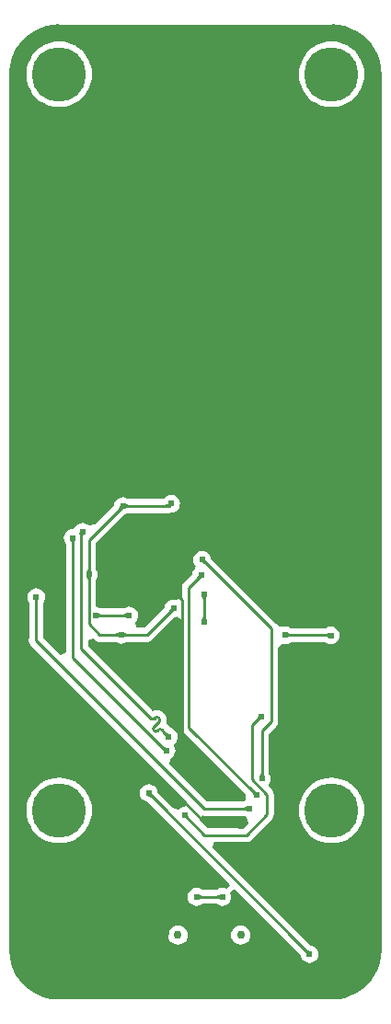
<source format=gbl>
G04*
G04 #@! TF.GenerationSoftware,Altium Limited,Altium Designer,18.1.9 (240)*
G04*
G04 Layer_Physical_Order=2*
G04 Layer_Color=16711680*
%FSLAX25Y25*%
%MOIN*%
G70*
G01*
G75*
%ADD15C,0.01000*%
%ADD28R,0.07874X0.15748*%
%ADD70O,0.04724X0.07874*%
%ADD71O,0.04724X0.07087*%
%ADD72C,0.02953*%
%ADD73C,0.02400*%
%ADD74C,0.19685*%
G36*
X154446Y354620D02*
X156752Y354161D01*
X158978Y353405D01*
X161087Y352365D01*
X163042Y351059D01*
X164809Y349509D01*
X166359Y347742D01*
X167666Y345787D01*
X168705Y343678D01*
X169461Y341452D01*
X169920Y339146D01*
X169945Y338756D01*
X170052Y336800D01*
X170052Y336800D01*
X170052Y334800D01*
Y19400D01*
X170068Y19318D01*
X169920Y17054D01*
X169461Y14748D01*
X168705Y12522D01*
X167666Y10413D01*
X166359Y8458D01*
X164809Y6691D01*
X163042Y5141D01*
X161087Y3835D01*
X158978Y2795D01*
X156752Y2039D01*
X154446Y1580D01*
X152182Y1432D01*
X152100Y1448D01*
X53200D01*
X53118Y1432D01*
X50854Y1580D01*
X48548Y2039D01*
X46322Y2795D01*
X44213Y3835D01*
X42258Y5141D01*
X40491Y6691D01*
X38941Y8458D01*
X37635Y10413D01*
X36595Y12522D01*
X35839Y14748D01*
X35380Y17054D01*
X35232Y19318D01*
X35248Y19400D01*
Y334800D01*
X35248Y336761D01*
X35248Y336800D01*
X35355Y338756D01*
X35380Y339146D01*
X35839Y341452D01*
X36595Y343678D01*
X37635Y345787D01*
X38941Y347742D01*
X40491Y349509D01*
X42258Y351059D01*
X44213Y352365D01*
X46322Y353405D01*
X48548Y354161D01*
X50854Y354620D01*
X53118Y354768D01*
X53200Y354752D01*
X152100D01*
X152182Y354768D01*
X154446Y354620D01*
D02*
G37*
%LPC*%
G36*
X152000Y348579D02*
X150142Y348433D01*
X148329Y347998D01*
X146607Y347284D01*
X145018Y346310D01*
X143600Y345100D01*
X142390Y343682D01*
X141416Y342093D01*
X140702Y340371D01*
X140267Y338558D01*
X140121Y336700D01*
X140267Y334842D01*
X140702Y333029D01*
X141416Y331307D01*
X142390Y329718D01*
X143600Y328300D01*
X145018Y327090D01*
X146607Y326116D01*
X148329Y325402D01*
X150142Y324967D01*
X152000Y324821D01*
X153858Y324967D01*
X155671Y325402D01*
X157393Y326116D01*
X158982Y327090D01*
X160400Y328300D01*
X161610Y329718D01*
X162584Y331307D01*
X163298Y333029D01*
X163733Y334842D01*
X163879Y336700D01*
X163733Y338558D01*
X163298Y340371D01*
X162584Y342093D01*
X161610Y343682D01*
X160400Y345100D01*
X158982Y346310D01*
X157393Y347284D01*
X155671Y347998D01*
X153858Y348433D01*
X152000Y348579D01*
D02*
G37*
G36*
X53300D02*
X51442Y348433D01*
X49629Y347998D01*
X47907Y347284D01*
X46318Y346310D01*
X44900Y345100D01*
X43690Y343682D01*
X42716Y342093D01*
X42002Y340371D01*
X41567Y338558D01*
X41421Y336700D01*
X41567Y334842D01*
X42002Y333029D01*
X42716Y331307D01*
X43690Y329718D01*
X44900Y328300D01*
X46318Y327090D01*
X47907Y326116D01*
X49629Y325402D01*
X51442Y324967D01*
X53300Y324821D01*
X55158Y324967D01*
X56971Y325402D01*
X58693Y326116D01*
X60282Y327090D01*
X61700Y328300D01*
X62910Y329718D01*
X63884Y331307D01*
X64598Y333029D01*
X65033Y334842D01*
X65179Y336700D01*
X65033Y338558D01*
X64598Y340371D01*
X63884Y342093D01*
X62910Y343682D01*
X61700Y345100D01*
X60282Y346310D01*
X58693Y347284D01*
X56971Y347998D01*
X55158Y348433D01*
X53300Y348579D01*
D02*
G37*
G36*
X93900Y184328D02*
X93065Y184218D01*
X92286Y183895D01*
X91618Y183382D01*
X91208Y182849D01*
X78335D01*
X78014Y183095D01*
X77235Y183418D01*
X76400Y183528D01*
X75565Y183418D01*
X74786Y183095D01*
X74118Y182582D01*
X73605Y181914D01*
X73282Y181135D01*
X73230Y180734D01*
X66157Y173662D01*
X64027Y173227D01*
X63359Y173740D01*
X62580Y174063D01*
X61745Y174172D01*
X60909Y174063D01*
X60131Y173740D01*
X59463Y173227D01*
X58950Y172559D01*
X58644Y171820D01*
X58245Y171872D01*
X57410Y171763D01*
X56631Y171440D01*
X55963Y170927D01*
X55450Y170259D01*
X55127Y169480D01*
X55017Y168645D01*
X55127Y167809D01*
X55450Y167031D01*
X55696Y166710D01*
Y127137D01*
X53696Y126309D01*
X47549Y132456D01*
Y145365D01*
X47795Y145686D01*
X48118Y146465D01*
X48228Y147300D01*
X48118Y148135D01*
X47795Y148914D01*
X47282Y149582D01*
X46614Y150095D01*
X45835Y150418D01*
X45000Y150528D01*
X44165Y150418D01*
X43386Y150095D01*
X42718Y149582D01*
X42205Y148914D01*
X41882Y148135D01*
X41772Y147300D01*
X41882Y146465D01*
X42205Y145686D01*
X42451Y145365D01*
Y132584D01*
X42445Y132576D01*
X42251Y131600D01*
X42445Y130624D01*
X42998Y129798D01*
X99534Y73261D01*
X99107Y71961D01*
X98669Y71297D01*
X98065Y71218D01*
X97286Y70895D01*
X96618Y70382D01*
X94542Y70963D01*
X89001Y76504D01*
X88918Y77135D01*
X88595Y77914D01*
X88082Y78582D01*
X87414Y79095D01*
X86635Y79418D01*
X85800Y79528D01*
X84965Y79418D01*
X84186Y79095D01*
X83518Y78582D01*
X83005Y77914D01*
X82682Y77135D01*
X82572Y76300D01*
X82682Y75465D01*
X83005Y74686D01*
X83518Y74018D01*
X84186Y73505D01*
X84965Y73182D01*
X85135Y73160D01*
X115257Y43038D01*
X114064Y41445D01*
X113850Y41534D01*
X113285Y41768D01*
X112450Y41878D01*
X111615Y41768D01*
X110836Y41445D01*
X110515Y41199D01*
X105035D01*
X104714Y41445D01*
X103935Y41768D01*
X103100Y41878D01*
X102265Y41768D01*
X101486Y41445D01*
X100818Y40932D01*
X100305Y40264D01*
X99982Y39485D01*
X99872Y38650D01*
X99982Y37815D01*
X100305Y37036D01*
X100818Y36368D01*
X101486Y35855D01*
X102265Y35532D01*
X103100Y35422D01*
X103935Y35532D01*
X104714Y35855D01*
X105035Y36101D01*
X110515D01*
X110836Y35855D01*
X111615Y35532D01*
X112450Y35422D01*
X113285Y35532D01*
X114064Y35855D01*
X114732Y36368D01*
X115245Y37036D01*
X115568Y37815D01*
X115678Y38650D01*
X115568Y39485D01*
X115334Y40050D01*
X115245Y40264D01*
X116839Y41457D01*
X140830Y17466D01*
X140882Y17065D01*
X141205Y16286D01*
X141718Y15618D01*
X142386Y15105D01*
X143165Y14782D01*
X144000Y14672D01*
X144835Y14782D01*
X145614Y15105D01*
X146282Y15618D01*
X146795Y16286D01*
X147118Y17065D01*
X147228Y17900D01*
X147118Y18735D01*
X146795Y19514D01*
X146282Y20182D01*
X145614Y20695D01*
X144835Y21018D01*
X144434Y21070D01*
X108856Y56648D01*
X109622Y58496D01*
X121145D01*
X122120Y58690D01*
X122948Y59243D01*
X130402Y66698D01*
X130955Y67524D01*
X131149Y68500D01*
Y75700D01*
X130955Y76675D01*
X130402Y77502D01*
X129038Y78867D01*
X129060Y79195D01*
X129573Y79864D01*
X129895Y80642D01*
X130005Y81477D01*
X129895Y82313D01*
X129573Y83091D01*
X129326Y83412D01*
Y97722D01*
X131902Y100298D01*
X132455Y101125D01*
X132649Y102100D01*
Y129070D01*
X132716Y129175D01*
X134358Y130309D01*
X134649Y130358D01*
X135300Y130272D01*
X136135Y130382D01*
X136914Y130705D01*
X137235Y130951D01*
X149635D01*
X150086Y130605D01*
X150865Y130282D01*
X151700Y130172D01*
X152535Y130282D01*
X153314Y130605D01*
X153982Y131118D01*
X154495Y131786D01*
X154818Y132565D01*
X154928Y133400D01*
X154818Y134235D01*
X154495Y135014D01*
X153982Y135682D01*
X153314Y136195D01*
X152535Y136518D01*
X151700Y136628D01*
X150865Y136518D01*
X150086Y136195D01*
X149896Y136049D01*
X137235D01*
X136914Y136295D01*
X136135Y136618D01*
X135300Y136728D01*
X134465Y136618D01*
X133071Y136727D01*
X131971Y137500D01*
X131902Y137602D01*
X108270Y161234D01*
X108218Y161635D01*
X107895Y162414D01*
X107382Y163082D01*
X106714Y163595D01*
X105935Y163918D01*
X105100Y164028D01*
X104265Y163918D01*
X103486Y163595D01*
X102818Y163082D01*
X102305Y162414D01*
X101982Y161635D01*
X101872Y160800D01*
X101982Y159965D01*
X102305Y159186D01*
X102813Y158500D01*
X102518Y157482D01*
X102005Y156814D01*
X101682Y156035D01*
X101630Y155634D01*
X98498Y152502D01*
X97945Y151675D01*
X97751Y150700D01*
Y147490D01*
X97396Y147093D01*
X95751Y146270D01*
X95635Y146318D01*
X94800Y146428D01*
X93965Y146318D01*
X93186Y145995D01*
X92518Y145482D01*
X92005Y144814D01*
X91682Y144035D01*
X91630Y143634D01*
X84144Y136149D01*
X81232D01*
X80721Y138149D01*
X80941Y138318D01*
X81454Y138986D01*
X81776Y139765D01*
X81886Y140600D01*
X81776Y141435D01*
X81454Y142214D01*
X80941Y142882D01*
X80272Y143395D01*
X79494Y143718D01*
X78659Y143828D01*
X77823Y143718D01*
X77045Y143395D01*
X76724Y143149D01*
X68435D01*
X68114Y143395D01*
X67335Y143718D01*
X66594Y143815D01*
Y153520D01*
X66840Y153841D01*
X67163Y154620D01*
X67273Y155455D01*
X67163Y156290D01*
X66840Y157069D01*
X66594Y157390D01*
Y166889D01*
X76834Y177130D01*
X77235Y177182D01*
X78014Y177505D01*
X78335Y177751D01*
X93100D01*
X93752Y177881D01*
X93803Y177885D01*
X93900Y177872D01*
X94735Y177982D01*
X95514Y178305D01*
X96182Y178818D01*
X96695Y179486D01*
X97018Y180265D01*
X97128Y181100D01*
X97018Y181935D01*
X96695Y182714D01*
X96182Y183382D01*
X95514Y183895D01*
X94735Y184218D01*
X93900Y184328D01*
D02*
G37*
G36*
X152000Y81879D02*
X150142Y81733D01*
X148329Y81298D01*
X146607Y80584D01*
X145018Y79610D01*
X143600Y78400D01*
X142390Y76982D01*
X141416Y75393D01*
X140702Y73671D01*
X140267Y71858D01*
X140121Y70000D01*
X140267Y68142D01*
X140702Y66329D01*
X141416Y64607D01*
X142390Y63018D01*
X143600Y61600D01*
X145018Y60390D01*
X146607Y59416D01*
X148329Y58702D01*
X150142Y58267D01*
X152000Y58121D01*
X153858Y58267D01*
X155671Y58702D01*
X157393Y59416D01*
X158982Y60390D01*
X160400Y61600D01*
X161610Y63018D01*
X162584Y64607D01*
X163298Y66329D01*
X163733Y68142D01*
X163879Y70000D01*
X163733Y71858D01*
X163298Y73671D01*
X162584Y75393D01*
X161610Y76982D01*
X160400Y78400D01*
X158982Y79610D01*
X157393Y80584D01*
X155671Y81298D01*
X153858Y81733D01*
X152000Y81879D01*
D02*
G37*
G36*
X53300D02*
X51442Y81733D01*
X49629Y81298D01*
X47907Y80584D01*
X46318Y79610D01*
X44900Y78400D01*
X43690Y76982D01*
X42716Y75393D01*
X42002Y73671D01*
X41567Y71858D01*
X41421Y70000D01*
X41567Y68142D01*
X42002Y66329D01*
X42716Y64607D01*
X43690Y63018D01*
X44900Y61600D01*
X46318Y60390D01*
X47907Y59416D01*
X49629Y58702D01*
X51442Y58267D01*
X53300Y58121D01*
X55158Y58267D01*
X56971Y58702D01*
X58693Y59416D01*
X60282Y60390D01*
X61700Y61600D01*
X62910Y63018D01*
X63884Y64607D01*
X64598Y66329D01*
X65033Y68142D01*
X65179Y70000D01*
X65033Y71858D01*
X64598Y73671D01*
X63884Y75393D01*
X62910Y76982D01*
X61700Y78400D01*
X60282Y79610D01*
X58693Y80584D01*
X56971Y81298D01*
X55158Y81733D01*
X53300Y81879D01*
D02*
G37*
G36*
X119078Y28345D02*
X118170Y28225D01*
X117325Y27875D01*
X116599Y27318D01*
X116041Y26592D01*
X115691Y25746D01*
X115572Y24838D01*
X115691Y23931D01*
X116041Y23085D01*
X116599Y22359D01*
X117325Y21802D01*
X118170Y21452D01*
X119078Y21332D01*
X119985Y21452D01*
X120831Y21802D01*
X121557Y22359D01*
X122115Y23085D01*
X122465Y23931D01*
X122584Y24838D01*
X122465Y25746D01*
X122115Y26592D01*
X121557Y27318D01*
X120831Y27875D01*
X119985Y28225D01*
X119078Y28345D01*
D02*
G37*
G36*
X96322D02*
X95415Y28225D01*
X94569Y27875D01*
X93843Y27318D01*
X93285Y26592D01*
X92935Y25746D01*
X92816Y24838D01*
X92935Y23931D01*
X93285Y23085D01*
X93843Y22359D01*
X94569Y21802D01*
X95415Y21452D01*
X96322Y21332D01*
X97229Y21452D01*
X98075Y21802D01*
X98801Y22359D01*
X99359Y23085D01*
X99709Y23931D01*
X99828Y24838D01*
X99709Y25746D01*
X99359Y26592D01*
X98801Y27318D01*
X98075Y27875D01*
X97229Y28225D01*
X96322Y28345D01*
D02*
G37*
%LPD*%
G36*
X93676Y179921D02*
X92286Y179800D01*
X92018Y180800D01*
X92145Y180804D01*
X92259Y180814D01*
X92360Y180832D01*
X92448Y180857D01*
X92522Y180889D01*
X92584Y180928D01*
X92633Y180974D01*
X92669Y181027D01*
X92691Y181087D01*
X92701Y181155D01*
X93676Y179921D01*
D02*
G37*
G36*
X77327Y181075D02*
X77402Y181018D01*
X77483Y180967D01*
X77570Y180922D01*
X77662Y180885D01*
X77760Y180854D01*
X77864Y180831D01*
X77974Y180814D01*
X78090Y180803D01*
X78211Y180800D01*
Y179800D01*
X78090Y179797D01*
X77974Y179786D01*
X77864Y179769D01*
X77760Y179746D01*
X77662Y179715D01*
X77570Y179678D01*
X77483Y179633D01*
X77402Y179582D01*
X77327Y179525D01*
X77257Y179460D01*
Y181140D01*
X77327Y181075D01*
D02*
G37*
G36*
X76388Y179100D02*
X76293Y179097D01*
X76199Y179084D01*
X76106Y179063D01*
X76013Y179033D01*
X75921Y178994D01*
X75830Y178946D01*
X75740Y178889D01*
X75650Y178824D01*
X75561Y178749D01*
X75473Y178666D01*
X74766Y179373D01*
X74849Y179461D01*
X74924Y179550D01*
X74989Y179640D01*
X75046Y179730D01*
X75094Y179821D01*
X75133Y179913D01*
X75163Y180006D01*
X75184Y180099D01*
X75197Y180193D01*
X75200Y180288D01*
X76388Y179100D01*
D02*
G37*
G36*
X62104Y169800D02*
X62027Y169769D01*
X61959Y169728D01*
X61898Y169677D01*
X61845Y169615D01*
X61801Y169543D01*
X61765Y169460D01*
X61736Y169367D01*
X61716Y169264D01*
X61704Y169150D01*
X61700Y169026D01*
X60700Y169635D01*
X60699Y169765D01*
X60660Y170358D01*
X60647Y170425D01*
X60633Y170484D01*
X60618Y170534D01*
X62104Y169800D01*
D02*
G37*
G36*
X59020Y167718D02*
X58963Y167643D01*
X58912Y167562D01*
X58867Y167475D01*
X58830Y167383D01*
X58799Y167285D01*
X58776Y167181D01*
X58758Y167071D01*
X58748Y166955D01*
X58745Y166834D01*
X57745D01*
X57741Y166955D01*
X57731Y167071D01*
X57714Y167181D01*
X57691Y167285D01*
X57660Y167383D01*
X57622Y167475D01*
X57578Y167562D01*
X57527Y167643D01*
X57469Y167718D01*
X57405Y167788D01*
X59085D01*
X59020Y167718D01*
D02*
G37*
G36*
X106303Y160693D02*
X106316Y160599D01*
X106337Y160506D01*
X106367Y160413D01*
X106406Y160321D01*
X106454Y160230D01*
X106511Y160140D01*
X106576Y160050D01*
X106651Y159961D01*
X106734Y159873D01*
X106027Y159166D01*
X105939Y159249D01*
X105850Y159324D01*
X105760Y159389D01*
X105670Y159446D01*
X105579Y159494D01*
X105487Y159533D01*
X105394Y159563D01*
X105301Y159584D01*
X105207Y159597D01*
X105112Y159600D01*
X106300Y160788D01*
X106303Y160693D01*
D02*
G37*
G36*
X64548Y157145D02*
X64559Y157029D01*
X64575Y156920D01*
X64599Y156816D01*
X64630Y156717D01*
X64667Y156625D01*
X64711Y156538D01*
X64763Y156457D01*
X64820Y156382D01*
X64885Y156312D01*
X63205D01*
X63270Y156382D01*
X63327Y156457D01*
X63378Y156538D01*
X63423Y156625D01*
X63460Y156717D01*
X63490Y156816D01*
X63514Y156920D01*
X63531Y157029D01*
X63542Y157145D01*
X63545Y157266D01*
X64545D01*
X64548Y157145D01*
D02*
G37*
G36*
X64820Y154529D02*
X64763Y154453D01*
X64711Y154372D01*
X64667Y154286D01*
X64630Y154193D01*
X64599Y154095D01*
X64575Y153991D01*
X64559Y153881D01*
X64548Y153765D01*
X64545Y153644D01*
X63545D01*
X63542Y153765D01*
X63531Y153881D01*
X63514Y153991D01*
X63490Y154095D01*
X63460Y154193D01*
X63423Y154286D01*
X63378Y154372D01*
X63327Y154453D01*
X63270Y154529D01*
X63205Y154598D01*
X64885D01*
X64820Y154529D01*
D02*
G37*
G36*
X104788Y154000D02*
X104693Y153997D01*
X104599Y153984D01*
X104506Y153963D01*
X104413Y153933D01*
X104321Y153894D01*
X104230Y153846D01*
X104140Y153789D01*
X104050Y153724D01*
X103961Y153649D01*
X103873Y153566D01*
X103166Y154273D01*
X103249Y154361D01*
X103324Y154450D01*
X103389Y154540D01*
X103446Y154630D01*
X103494Y154721D01*
X103533Y154813D01*
X103563Y154906D01*
X103584Y154999D01*
X103597Y155093D01*
X103600Y155188D01*
X104788Y154000D01*
D02*
G37*
G36*
X106547Y147526D02*
X106481Y147458D01*
X106422Y147383D01*
X106370Y147303D01*
X106325Y147218D01*
X106287Y147126D01*
X106255Y147028D01*
X106231Y146924D01*
X106214Y146815D01*
X106203Y146699D01*
X106200Y146578D01*
X105200Y146601D01*
X105197Y146722D01*
X105187Y146838D01*
X105170Y146948D01*
X105147Y147052D01*
X105117Y147151D01*
X105080Y147244D01*
X105037Y147331D01*
X104987Y147413D01*
X104930Y147490D01*
X104867Y147561D01*
X106547Y147526D01*
D02*
G37*
G36*
X45775Y146373D02*
X45718Y146298D01*
X45667Y146217D01*
X45622Y146130D01*
X45585Y146038D01*
X45554Y145940D01*
X45531Y145836D01*
X45514Y145726D01*
X45503Y145610D01*
X45500Y145489D01*
X44500D01*
X44497Y145610D01*
X44486Y145726D01*
X44469Y145836D01*
X44446Y145940D01*
X44415Y146038D01*
X44378Y146130D01*
X44333Y146217D01*
X44282Y146298D01*
X44225Y146373D01*
X44160Y146443D01*
X45840D01*
X45775Y146373D01*
D02*
G37*
G36*
X94788Y142000D02*
X94693Y141997D01*
X94599Y141984D01*
X94506Y141963D01*
X94413Y141933D01*
X94321Y141894D01*
X94230Y141846D01*
X94140Y141789D01*
X94050Y141724D01*
X93961Y141649D01*
X93873Y141566D01*
X93166Y142273D01*
X93249Y142361D01*
X93324Y142450D01*
X93389Y142540D01*
X93446Y142630D01*
X93494Y142721D01*
X93533Y142813D01*
X93563Y142906D01*
X93584Y142999D01*
X93597Y143093D01*
X93600Y143188D01*
X94788Y142000D01*
D02*
G37*
G36*
X77802Y139760D02*
X77732Y139825D01*
X77657Y139882D01*
X77576Y139933D01*
X77489Y139978D01*
X77397Y140015D01*
X77298Y140046D01*
X77194Y140069D01*
X77084Y140086D01*
X76969Y140097D01*
X76848Y140100D01*
Y141100D01*
X76969Y141103D01*
X77084Y141114D01*
X77194Y141131D01*
X77298Y141154D01*
X77397Y141185D01*
X77489Y141222D01*
X77576Y141267D01*
X77657Y141318D01*
X77732Y141375D01*
X77802Y141440D01*
Y139760D01*
D02*
G37*
G36*
X67427Y141375D02*
X67502Y141318D01*
X67583Y141267D01*
X67670Y141222D01*
X67762Y141185D01*
X67860Y141154D01*
X67964Y141131D01*
X68074Y141114D01*
X68190Y141103D01*
X68311Y141100D01*
Y140100D01*
X68190Y140097D01*
X68074Y140086D01*
X67964Y140069D01*
X67860Y140046D01*
X67762Y140015D01*
X67670Y139978D01*
X67583Y139933D01*
X67502Y139882D01*
X67427Y139825D01*
X67357Y139760D01*
Y141440D01*
X67427Y141375D01*
D02*
G37*
G36*
X106203Y139790D02*
X106214Y139674D01*
X106231Y139564D01*
X106254Y139460D01*
X106285Y139362D01*
X106322Y139270D01*
X106367Y139183D01*
X106418Y139102D01*
X106475Y139026D01*
X106540Y138957D01*
X104860D01*
X104925Y139026D01*
X104982Y139102D01*
X105033Y139183D01*
X105078Y139270D01*
X105115Y139362D01*
X105146Y139460D01*
X105169Y139564D01*
X105186Y139674D01*
X105197Y139790D01*
X105200Y139911D01*
X106200D01*
X106203Y139790D01*
D02*
G37*
G36*
X76727Y134375D02*
X76802Y134318D01*
X76883Y134267D01*
X76970Y134222D01*
X77062Y134185D01*
X77160Y134154D01*
X77264Y134131D01*
X77374Y134114D01*
X77490Y134103D01*
X77611Y134100D01*
Y133100D01*
X77490Y133097D01*
X77374Y133086D01*
X77264Y133069D01*
X77160Y133046D01*
X77062Y133015D01*
X76970Y132978D01*
X76883Y132933D01*
X76802Y132882D01*
X76727Y132825D01*
X76657Y132760D01*
Y134440D01*
X76727Y134375D01*
D02*
G37*
G36*
X74943Y132760D02*
X74874Y132825D01*
X74798Y132882D01*
X74717Y132933D01*
X74630Y132978D01*
X74538Y133015D01*
X74440Y133046D01*
X74336Y133069D01*
X74226Y133086D01*
X74110Y133097D01*
X73989Y133100D01*
Y134100D01*
X74110Y134103D01*
X74226Y134114D01*
X74336Y134131D01*
X74440Y134154D01*
X74538Y134185D01*
X74630Y134222D01*
X74717Y134267D01*
X74798Y134318D01*
X74874Y134375D01*
X74943Y134440D01*
Y132760D01*
D02*
G37*
G36*
X136226Y134275D02*
X136302Y134218D01*
X136383Y134167D01*
X136470Y134122D01*
X136562Y134085D01*
X136660Y134054D01*
X136764Y134031D01*
X136874Y134014D01*
X136990Y134003D01*
X137111Y134000D01*
Y133000D01*
X136990Y132997D01*
X136874Y132986D01*
X136764Y132969D01*
X136660Y132946D01*
X136562Y132915D01*
X136470Y132878D01*
X136383Y132833D01*
X136302Y132782D01*
X136226Y132725D01*
X136157Y132660D01*
Y134340D01*
X136226Y134275D01*
D02*
G37*
G36*
X150776Y132634D02*
X150712Y132704D01*
X150642Y132766D01*
X150565Y132821D01*
X150482Y132868D01*
X150393Y132909D01*
X150297Y132941D01*
X150194Y132967D01*
X150085Y132985D01*
X149970Y132996D01*
X149849Y133000D01*
X149941Y134000D01*
X150062Y134003D01*
X150178Y134012D01*
X150288Y134028D01*
X150393Y134049D01*
X150494Y134077D01*
X150588Y134111D01*
X150678Y134151D01*
X150763Y134197D01*
X150842Y134250D01*
X150916Y134309D01*
X150776Y132634D01*
D02*
G37*
G36*
X97396Y139306D02*
X97751Y138910D01*
Y100000D01*
X97945Y99024D01*
X98498Y98198D01*
X120896Y75799D01*
X120774Y73738D01*
X120145Y73149D01*
X106856D01*
X93366Y86639D01*
X93317Y86923D01*
X93809Y88888D01*
X93879Y88955D01*
X94482Y89418D01*
X94995Y90086D01*
X95318Y90865D01*
X95428Y91700D01*
X95318Y92535D01*
X94995Y93314D01*
X95282Y94418D01*
X95795Y95086D01*
X96118Y95865D01*
X96228Y96700D01*
X96118Y97535D01*
X95795Y98314D01*
X95282Y98982D01*
X94614Y99495D01*
X93902Y99790D01*
X92374Y100931D01*
X92290Y102038D01*
X92237Y102738D01*
X92220Y102866D01*
X92120Y103625D01*
X91777Y104452D01*
X91774Y104456D01*
X91412Y104929D01*
X91246Y105176D01*
X91105Y105318D01*
X91105Y105318D01*
X90858Y105483D01*
X90382Y105848D01*
X90381Y105849D01*
X89554Y106192D01*
X88666Y106308D01*
X87779Y106192D01*
X87308Y105997D01*
X63749Y129556D01*
Y131633D01*
X65597Y132398D01*
X66198Y131798D01*
X67024Y131245D01*
X68000Y131051D01*
X73865D01*
X74186Y130805D01*
X74965Y130482D01*
X75800Y130372D01*
X76635Y130482D01*
X77414Y130805D01*
X77735Y131051D01*
X85200D01*
X86176Y131245D01*
X87002Y131798D01*
X95234Y140030D01*
X95635Y140082D01*
X95751Y140130D01*
X97396Y139306D01*
D02*
G37*
G36*
X126376Y102821D02*
X126284Y102833D01*
X126192Y102835D01*
X126101Y102826D01*
X126010Y102806D01*
X125919Y102775D01*
X125829Y102734D01*
X125739Y102683D01*
X125649Y102620D01*
X125560Y102547D01*
X125471Y102464D01*
X124904Y103312D01*
X124988Y103399D01*
X125134Y103575D01*
X125196Y103663D01*
X125250Y103752D01*
X125298Y103841D01*
X125338Y103930D01*
X125372Y104020D01*
X125398Y104110D01*
X125417Y104200D01*
X126376Y102821D01*
D02*
G37*
G36*
X92161Y98251D02*
X92250Y98176D01*
X92340Y98111D01*
X92430Y98054D01*
X92521Y98006D01*
X92613Y97967D01*
X92706Y97937D01*
X92799Y97916D01*
X92893Y97903D01*
X92988Y97900D01*
X91800Y96712D01*
X91797Y96807D01*
X91784Y96901D01*
X91763Y96994D01*
X91733Y97087D01*
X91694Y97179D01*
X91646Y97270D01*
X91589Y97360D01*
X91524Y97450D01*
X91449Y97539D01*
X91366Y97627D01*
X92073Y98334D01*
X92161Y98251D01*
D02*
G37*
G36*
X91149Y93146D02*
X91238Y93073D01*
X91328Y93011D01*
X91418Y92959D01*
X91508Y92919D01*
X91599Y92889D01*
X91689Y92870D01*
X91781Y92861D01*
X91872Y92863D01*
X91963Y92876D01*
X91019Y91487D01*
X90999Y91577D01*
X90972Y91666D01*
X90938Y91756D01*
X90897Y91845D01*
X90849Y91933D01*
X90794Y92022D01*
X90732Y92110D01*
X90662Y92198D01*
X90502Y92373D01*
X91059Y93230D01*
X91149Y93146D01*
D02*
G37*
G36*
X127281Y83167D02*
X127291Y83052D01*
X127308Y82942D01*
X127332Y82838D01*
X127363Y82740D01*
X127400Y82647D01*
X127444Y82560D01*
X127495Y82479D01*
X127553Y82404D01*
X127618Y82335D01*
X125937D01*
X126002Y82404D01*
X126060Y82479D01*
X126111Y82560D01*
X126155Y82647D01*
X126192Y82740D01*
X126223Y82838D01*
X126247Y82942D01*
X126264Y83052D01*
X126274Y83167D01*
X126277Y83288D01*
X127278D01*
X127281Y83167D01*
D02*
G37*
G36*
X123961Y77051D02*
X124050Y76976D01*
X124140Y76911D01*
X124230Y76854D01*
X124321Y76806D01*
X124413Y76767D01*
X124506Y76737D01*
X124599Y76716D01*
X124693Y76703D01*
X124788Y76700D01*
X123600Y75512D01*
X123597Y75607D01*
X123584Y75701D01*
X123563Y75794D01*
X123533Y75887D01*
X123494Y75979D01*
X123446Y76070D01*
X123389Y76160D01*
X123324Y76250D01*
X123249Y76339D01*
X123166Y76427D01*
X123873Y77134D01*
X123961Y77051D01*
D02*
G37*
G36*
X86983Y76053D02*
X86986Y75960D01*
X86999Y75867D01*
X87022Y75775D01*
X87055Y75684D01*
X87099Y75593D01*
X87152Y75503D01*
X87216Y75413D01*
X87289Y75323D01*
X87372Y75235D01*
X86573Y74620D01*
X86485Y74704D01*
X86308Y74847D01*
X86219Y74907D01*
X86129Y74960D01*
X86039Y75005D01*
X85947Y75042D01*
X85856Y75071D01*
X85763Y75093D01*
X85671Y75107D01*
X86990Y76147D01*
X86983Y76053D01*
D02*
G37*
G36*
X121484Y69760D02*
X121415Y69825D01*
X121340Y69882D01*
X121259Y69933D01*
X121172Y69978D01*
X121079Y70015D01*
X120981Y70046D01*
X120877Y70069D01*
X120767Y70086D01*
X120652Y70097D01*
X120531Y70100D01*
Y71100D01*
X120652Y71103D01*
X120767Y71114D01*
X120877Y71131D01*
X120981Y71154D01*
X121079Y71185D01*
X121172Y71222D01*
X121259Y71267D01*
X121340Y71318D01*
X121415Y71375D01*
X121484Y71440D01*
Y69760D01*
D02*
G37*
G36*
X100103Y67993D02*
X100116Y67899D01*
X100137Y67806D01*
X100167Y67713D01*
X100206Y67621D01*
X100254Y67530D01*
X100311Y67440D01*
X100376Y67350D01*
X100451Y67261D01*
X100534Y67173D01*
X99827Y66466D01*
X99739Y66549D01*
X99650Y66624D01*
X99560Y66689D01*
X99470Y66746D01*
X99379Y66794D01*
X99287Y66833D01*
X99194Y66863D01*
X99101Y66884D01*
X99007Y66897D01*
X98912Y66900D01*
X100100Y68088D01*
X100103Y67993D01*
D02*
G37*
G36*
X105800Y68051D02*
X120407D01*
X120728Y67805D01*
X121254Y67587D01*
X121662Y66676D01*
X121907Y65412D01*
X120089Y63594D01*
X107011D01*
X104100Y66505D01*
X104113Y66538D01*
X105279Y68155D01*
X105800Y68051D01*
D02*
G37*
G36*
X111593Y37810D02*
X111523Y37875D01*
X111448Y37932D01*
X111367Y37983D01*
X111280Y38028D01*
X111188Y38065D01*
X111090Y38096D01*
X110986Y38119D01*
X110876Y38136D01*
X110760Y38147D01*
X110639Y38150D01*
Y39150D01*
X110760Y39153D01*
X110876Y39164D01*
X110986Y39181D01*
X111090Y39204D01*
X111188Y39235D01*
X111280Y39272D01*
X111367Y39317D01*
X111448Y39368D01*
X111523Y39425D01*
X111593Y39490D01*
Y37810D01*
D02*
G37*
G36*
X104026Y39425D02*
X104102Y39368D01*
X104183Y39317D01*
X104270Y39272D01*
X104362Y39235D01*
X104460Y39204D01*
X104564Y39181D01*
X104674Y39164D01*
X104790Y39153D01*
X104911Y39150D01*
Y38150D01*
X104790Y38147D01*
X104674Y38136D01*
X104564Y38119D01*
X104460Y38096D01*
X104362Y38065D01*
X104270Y38028D01*
X104183Y37983D01*
X104102Y37932D01*
X104026Y37875D01*
X103957Y37810D01*
Y39490D01*
X104026Y39425D01*
D02*
G37*
G36*
X143161Y19451D02*
X143250Y19376D01*
X143340Y19311D01*
X143430Y19254D01*
X143521Y19206D01*
X143613Y19167D01*
X143706Y19137D01*
X143799Y19116D01*
X143893Y19103D01*
X143988Y19100D01*
X142800Y17912D01*
X142797Y18007D01*
X142784Y18101D01*
X142763Y18194D01*
X142733Y18287D01*
X142694Y18379D01*
X142646Y18470D01*
X142589Y18560D01*
X142524Y18650D01*
X142449Y18739D01*
X142366Y18827D01*
X143073Y19534D01*
X143161Y19451D01*
D02*
G37*
D15*
X90572Y99128D02*
G03*
X89299Y99128I-636J-636D01*
G01*
X87740Y98842D02*
G03*
X89013Y98842I636J636D01*
G01*
X87599Y100256D02*
G03*
X87599Y98983I636J-636D01*
G01*
X89444Y102101D02*
G03*
X89444Y103374I-636J636D01*
G01*
X89302Y103516D02*
G03*
X88030Y103516I-636J-636D01*
G01*
X86471Y103229D02*
G03*
X87744Y103229I636J636D01*
G01*
X107326Y84300D02*
X107831D01*
X97751Y93875D02*
X107326Y84300D01*
X130273Y160073D02*
X132300Y162100D01*
X130273Y146400D02*
Y160073D01*
X82116Y161900D02*
X97751Y146265D01*
X64045Y155455D02*
Y167945D01*
Y137555D02*
Y155455D01*
Y137555D02*
X68000Y133600D01*
X66500Y140600D02*
X78659D01*
X130100Y102100D02*
Y135800D01*
X126778Y98778D02*
X130100Y102100D01*
X126778Y81477D02*
Y98778D01*
X105100Y160800D02*
X130100Y135800D01*
X126300Y104000D02*
X126600D01*
X105800Y70600D02*
X122342D01*
X93100Y180300D02*
X93900Y181100D01*
X76400Y180300D02*
X93100D01*
X45000Y131800D02*
Y147300D01*
X44800Y131600D02*
X45000Y131800D01*
X135300Y133500D02*
X151600D01*
X151700Y133400D01*
X98900Y68100D02*
X105955Y61045D01*
X118853Y64592D02*
X119100Y64345D01*
X107008Y64592D02*
X118853D01*
X97700Y73900D02*
X107008Y64592D01*
X85200Y133600D02*
X94800Y143200D01*
X97751Y93875D02*
Y146265D01*
X91300Y98400D02*
X93000Y96700D01*
X61200Y128500D02*
X86400Y103300D01*
X90572Y99128D02*
X91300Y98400D01*
X89013Y98842D02*
X89299Y99128D01*
X87599Y98983D02*
X87740Y98842D01*
X87599Y100256D02*
X88521Y101179D01*
X89444Y102101D01*
X89302Y103516D02*
X89444Y103374D01*
X87744Y103229D02*
X88030Y103516D01*
X86400Y103300D02*
X86471Y103229D01*
X61200Y128500D02*
Y170400D01*
X58245Y125337D02*
X91882Y91700D01*
X92200D01*
X58245Y125337D02*
Y168645D01*
X61200Y170400D02*
X61745Y170945D01*
X64045Y167945D02*
X76400Y180300D01*
X44800Y131600D02*
X105800Y70600D01*
X103100Y38650D02*
X112450D01*
X105955Y61045D02*
X121145D01*
X123100Y100800D02*
X126300Y104000D01*
X123100Y81200D02*
Y100800D01*
X68000Y133600D02*
X75800D01*
X121145Y61045D02*
X128600Y68500D01*
X75800Y133600D02*
X85200D01*
X128600Y68500D02*
Y75700D01*
X123100Y81200D02*
X128600Y75700D01*
X105700Y148375D02*
X105725Y148400D01*
X105700Y138100D02*
Y148375D01*
X100300Y150700D02*
X104800Y155200D01*
X100300Y100000D02*
Y150700D01*
X85800Y76100D02*
Y76300D01*
Y76100D02*
X144000Y17900D01*
X100300Y100000D02*
X124800Y75500D01*
D28*
X92040Y345800D02*
D03*
X113300D02*
D03*
D70*
X90693Y26925D02*
D03*
X124708Y26925D02*
D03*
D71*
X124708Y10468D02*
D03*
X90692Y10469D02*
D03*
D72*
X119078Y24838D02*
D03*
X96322D02*
D03*
D73*
X163000Y348000D02*
D03*
X167500Y339000D02*
D03*
Y321000D02*
D03*
X163000Y312000D02*
D03*
X167500Y303000D02*
D03*
X163000Y294000D02*
D03*
X167500Y285000D02*
D03*
X163000Y276000D02*
D03*
X167500Y231000D02*
D03*
X163000Y222000D02*
D03*
X167500Y213000D02*
D03*
X163000Y204000D02*
D03*
X167500Y195000D02*
D03*
X163000Y186000D02*
D03*
X167500Y177000D02*
D03*
X163000Y168000D02*
D03*
X167500Y159000D02*
D03*
X163000Y150000D02*
D03*
X167500Y141000D02*
D03*
X163000Y132000D02*
D03*
X167500Y33000D02*
D03*
X158500Y321000D02*
D03*
X154000Y312000D02*
D03*
X158500Y303000D02*
D03*
X154000Y294000D02*
D03*
X158500Y285000D02*
D03*
X154000Y276000D02*
D03*
Y222000D02*
D03*
X158500Y213000D02*
D03*
X154000Y204000D02*
D03*
X158500Y195000D02*
D03*
X154000Y186000D02*
D03*
X158500Y177000D02*
D03*
X154000Y168000D02*
D03*
X158500Y159000D02*
D03*
Y141000D02*
D03*
Y51000D02*
D03*
X149500Y321000D02*
D03*
X145000Y312000D02*
D03*
X149500Y303000D02*
D03*
X145000Y294000D02*
D03*
X149500Y285000D02*
D03*
Y213000D02*
D03*
X145000Y204000D02*
D03*
X149500Y195000D02*
D03*
X145000Y186000D02*
D03*
X149500Y177000D02*
D03*
X145000Y168000D02*
D03*
X149500Y51000D02*
D03*
X145000Y42000D02*
D03*
X136000Y348000D02*
D03*
Y330000D02*
D03*
X140500Y321000D02*
D03*
X136000Y312000D02*
D03*
X140500Y303000D02*
D03*
X136000Y294000D02*
D03*
X140500Y195000D02*
D03*
X136000Y186000D02*
D03*
X140500Y177000D02*
D03*
X136000Y42000D02*
D03*
Y6000D02*
D03*
X127000Y348000D02*
D03*
X131500Y339000D02*
D03*
Y303000D02*
D03*
X127000Y294000D02*
D03*
X131500Y195000D02*
D03*
X127000Y186000D02*
D03*
Y150000D02*
D03*
X131500Y15000D02*
D03*
X122500Y339000D02*
D03*
Y303000D02*
D03*
X118000Y294000D02*
D03*
X122500Y195000D02*
D03*
X118000Y186000D02*
D03*
Y6000D02*
D03*
X113500Y303000D02*
D03*
X109000Y294000D02*
D03*
Y204000D02*
D03*
X113500Y195000D02*
D03*
X109000Y186000D02*
D03*
Y6000D02*
D03*
X100000Y312000D02*
D03*
X104500Y303000D02*
D03*
X100000Y294000D02*
D03*
X104500Y285000D02*
D03*
X100000Y276000D02*
D03*
X104500Y213000D02*
D03*
X100000Y204000D02*
D03*
Y6000D02*
D03*
X95500Y303000D02*
D03*
X91000Y294000D02*
D03*
X95500Y267000D02*
D03*
X91000Y258000D02*
D03*
Y222000D02*
D03*
X95500Y213000D02*
D03*
Y105000D02*
D03*
Y51000D02*
D03*
X91000Y42000D02*
D03*
X82000Y348000D02*
D03*
X86500Y303000D02*
D03*
X82000Y294000D02*
D03*
X86500Y33000D02*
D03*
X82000Y6000D02*
D03*
X73000Y348000D02*
D03*
X77500Y339000D02*
D03*
X73000Y330000D02*
D03*
X77500Y303000D02*
D03*
X73000Y294000D02*
D03*
Y6000D02*
D03*
X64000Y348000D02*
D03*
X68500Y339000D02*
D03*
Y321000D02*
D03*
X64000Y312000D02*
D03*
X68500Y303000D02*
D03*
X64000Y294000D02*
D03*
Y96000D02*
D03*
X59500Y321000D02*
D03*
X55000Y312000D02*
D03*
X59500Y303000D02*
D03*
X55000Y294000D02*
D03*
X59500Y285000D02*
D03*
X55000Y276000D02*
D03*
Y114000D02*
D03*
X59500Y105000D02*
D03*
X55000Y96000D02*
D03*
X59500Y87000D02*
D03*
Y51000D02*
D03*
X55000Y6000D02*
D03*
X50500Y321000D02*
D03*
X46000Y312000D02*
D03*
X50500Y303000D02*
D03*
X46000Y294000D02*
D03*
X50500Y285000D02*
D03*
X46000Y276000D02*
D03*
Y240000D02*
D03*
Y222000D02*
D03*
X50500Y213000D02*
D03*
X46000Y204000D02*
D03*
X50500Y195000D02*
D03*
X46000Y186000D02*
D03*
X50500Y177000D02*
D03*
Y159000D02*
D03*
X46000Y114000D02*
D03*
X50500Y105000D02*
D03*
X46000Y96000D02*
D03*
X50500Y87000D02*
D03*
Y51000D02*
D03*
X46000Y42000D02*
D03*
Y24000D02*
D03*
Y6000D02*
D03*
X41500Y321000D02*
D03*
Y303000D02*
D03*
Y285000D02*
D03*
Y267000D02*
D03*
Y123000D02*
D03*
Y105000D02*
D03*
Y87000D02*
D03*
Y51000D02*
D03*
Y33000D02*
D03*
Y15000D02*
D03*
X107831Y84300D02*
D03*
X130273Y146400D02*
D03*
X82116Y161900D02*
D03*
X45500Y226700D02*
D03*
X100300Y239200D02*
D03*
X64045Y155455D02*
D03*
X66500Y140600D02*
D03*
X126600Y104000D02*
D03*
X122342Y70600D02*
D03*
X93900Y181100D02*
D03*
X78659Y140600D02*
D03*
X45000Y147300D02*
D03*
X135300Y133500D02*
D03*
X151700Y133400D02*
D03*
X98900Y68100D02*
D03*
X73600Y46000D02*
D03*
X94800Y143200D02*
D03*
X92200Y91700D02*
D03*
X58245Y168645D02*
D03*
X61745Y170945D02*
D03*
X76400Y180300D02*
D03*
X119100Y64345D02*
D03*
X103100Y38650D02*
D03*
X112450D02*
D03*
X105100Y160800D02*
D03*
X112557Y233000D02*
D03*
X131900Y232700D02*
D03*
X132300Y162100D02*
D03*
X63400Y202700D02*
D03*
X71300Y226700D02*
D03*
X75800Y133600D02*
D03*
X105700Y138100D02*
D03*
X105725Y148400D02*
D03*
X85800Y76300D02*
D03*
X144000Y17900D02*
D03*
X93000Y96700D02*
D03*
X104800Y155200D02*
D03*
X124800Y75500D02*
D03*
X126778Y81477D02*
D03*
D74*
X152000Y70000D02*
D03*
X53300D02*
D03*
X152000Y336700D02*
D03*
X53300D02*
D03*
M02*

</source>
